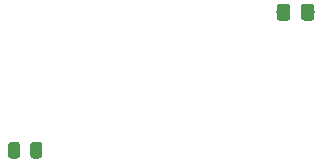
<source format=gbr>
G04 #@! TF.GenerationSoftware,KiCad,Pcbnew,(5.0.2)-1*
G04 #@! TF.CreationDate,2019-02-09T20:55:45-06:00*
G04 #@! TF.ProjectId,Halloween-Controller,48616c6c-6f77-4656-956e-2d436f6e7472,0.1*
G04 #@! TF.SameCoordinates,Original*
G04 #@! TF.FileFunction,Paste,Bot*
G04 #@! TF.FilePolarity,Positive*
%FSLAX46Y46*%
G04 Gerber Fmt 4.6, Leading zero omitted, Abs format (unit mm)*
G04 Created by KiCad (PCBNEW (5.0.2)-1) date 2/9/2019 8:55:45 PM*
%MOMM*%
%LPD*%
G01*
G04 APERTURE LIST*
%ADD10C,0.100000*%
%ADD11C,1.150000*%
%ADD12C,0.975000*%
G04 APERTURE END LIST*
D10*
G04 #@! TO.C,D1*
G36*
X136221505Y-80327204D02*
X136245773Y-80330804D01*
X136269572Y-80336765D01*
X136292671Y-80345030D01*
X136314850Y-80355520D01*
X136335893Y-80368132D01*
X136355599Y-80382747D01*
X136373777Y-80399223D01*
X136390253Y-80417401D01*
X136404868Y-80437107D01*
X136417480Y-80458150D01*
X136427970Y-80480329D01*
X136436235Y-80503428D01*
X136442196Y-80527227D01*
X136445796Y-80551495D01*
X136447000Y-80575999D01*
X136447000Y-81476001D01*
X136445796Y-81500505D01*
X136442196Y-81524773D01*
X136436235Y-81548572D01*
X136427970Y-81571671D01*
X136417480Y-81593850D01*
X136404868Y-81614893D01*
X136390253Y-81634599D01*
X136373777Y-81652777D01*
X136355599Y-81669253D01*
X136335893Y-81683868D01*
X136314850Y-81696480D01*
X136292671Y-81706970D01*
X136269572Y-81715235D01*
X136245773Y-81721196D01*
X136221505Y-81724796D01*
X136197001Y-81726000D01*
X135546999Y-81726000D01*
X135522495Y-81724796D01*
X135498227Y-81721196D01*
X135474428Y-81715235D01*
X135451329Y-81706970D01*
X135429150Y-81696480D01*
X135408107Y-81683868D01*
X135388401Y-81669253D01*
X135370223Y-81652777D01*
X135353747Y-81634599D01*
X135339132Y-81614893D01*
X135326520Y-81593850D01*
X135316030Y-81571671D01*
X135307765Y-81548572D01*
X135301804Y-81524773D01*
X135298204Y-81500505D01*
X135297000Y-81476001D01*
X135297000Y-80575999D01*
X135298204Y-80551495D01*
X135301804Y-80527227D01*
X135307765Y-80503428D01*
X135316030Y-80480329D01*
X135326520Y-80458150D01*
X135339132Y-80437107D01*
X135353747Y-80417401D01*
X135370223Y-80399223D01*
X135388401Y-80382747D01*
X135408107Y-80368132D01*
X135429150Y-80355520D01*
X135451329Y-80345030D01*
X135474428Y-80336765D01*
X135498227Y-80330804D01*
X135522495Y-80327204D01*
X135546999Y-80326000D01*
X136197001Y-80326000D01*
X136221505Y-80327204D01*
X136221505Y-80327204D01*
G37*
D11*
X135872000Y-81026000D03*
D10*
G36*
X138271505Y-80327204D02*
X138295773Y-80330804D01*
X138319572Y-80336765D01*
X138342671Y-80345030D01*
X138364850Y-80355520D01*
X138385893Y-80368132D01*
X138405599Y-80382747D01*
X138423777Y-80399223D01*
X138440253Y-80417401D01*
X138454868Y-80437107D01*
X138467480Y-80458150D01*
X138477970Y-80480329D01*
X138486235Y-80503428D01*
X138492196Y-80527227D01*
X138495796Y-80551495D01*
X138497000Y-80575999D01*
X138497000Y-81476001D01*
X138495796Y-81500505D01*
X138492196Y-81524773D01*
X138486235Y-81548572D01*
X138477970Y-81571671D01*
X138467480Y-81593850D01*
X138454868Y-81614893D01*
X138440253Y-81634599D01*
X138423777Y-81652777D01*
X138405599Y-81669253D01*
X138385893Y-81683868D01*
X138364850Y-81696480D01*
X138342671Y-81706970D01*
X138319572Y-81715235D01*
X138295773Y-81721196D01*
X138271505Y-81724796D01*
X138247001Y-81726000D01*
X137596999Y-81726000D01*
X137572495Y-81724796D01*
X137548227Y-81721196D01*
X137524428Y-81715235D01*
X137501329Y-81706970D01*
X137479150Y-81696480D01*
X137458107Y-81683868D01*
X137438401Y-81669253D01*
X137420223Y-81652777D01*
X137403747Y-81634599D01*
X137389132Y-81614893D01*
X137376520Y-81593850D01*
X137366030Y-81571671D01*
X137357765Y-81548572D01*
X137351804Y-81524773D01*
X137348204Y-81500505D01*
X137347000Y-81476001D01*
X137347000Y-80575999D01*
X137348204Y-80551495D01*
X137351804Y-80527227D01*
X137357765Y-80503428D01*
X137366030Y-80480329D01*
X137376520Y-80458150D01*
X137389132Y-80437107D01*
X137403747Y-80417401D01*
X137420223Y-80399223D01*
X137438401Y-80382747D01*
X137458107Y-80368132D01*
X137479150Y-80355520D01*
X137501329Y-80345030D01*
X137524428Y-80336765D01*
X137548227Y-80330804D01*
X137572495Y-80327204D01*
X137596999Y-80326000D01*
X138247001Y-80326000D01*
X138271505Y-80327204D01*
X138271505Y-80327204D01*
G37*
D11*
X137922000Y-81026000D03*
G04 #@! TD*
D10*
G04 #@! TO.C,R3*
G36*
X113327642Y-92011174D02*
X113351303Y-92014684D01*
X113374507Y-92020496D01*
X113397029Y-92028554D01*
X113418653Y-92038782D01*
X113439170Y-92051079D01*
X113458383Y-92065329D01*
X113476107Y-92081393D01*
X113492171Y-92099117D01*
X113506421Y-92118330D01*
X113518718Y-92138847D01*
X113528946Y-92160471D01*
X113537004Y-92182993D01*
X113542816Y-92206197D01*
X113546326Y-92229858D01*
X113547500Y-92253750D01*
X113547500Y-93166250D01*
X113546326Y-93190142D01*
X113542816Y-93213803D01*
X113537004Y-93237007D01*
X113528946Y-93259529D01*
X113518718Y-93281153D01*
X113506421Y-93301670D01*
X113492171Y-93320883D01*
X113476107Y-93338607D01*
X113458383Y-93354671D01*
X113439170Y-93368921D01*
X113418653Y-93381218D01*
X113397029Y-93391446D01*
X113374507Y-93399504D01*
X113351303Y-93405316D01*
X113327642Y-93408826D01*
X113303750Y-93410000D01*
X112816250Y-93410000D01*
X112792358Y-93408826D01*
X112768697Y-93405316D01*
X112745493Y-93399504D01*
X112722971Y-93391446D01*
X112701347Y-93381218D01*
X112680830Y-93368921D01*
X112661617Y-93354671D01*
X112643893Y-93338607D01*
X112627829Y-93320883D01*
X112613579Y-93301670D01*
X112601282Y-93281153D01*
X112591054Y-93259529D01*
X112582996Y-93237007D01*
X112577184Y-93213803D01*
X112573674Y-93190142D01*
X112572500Y-93166250D01*
X112572500Y-92253750D01*
X112573674Y-92229858D01*
X112577184Y-92206197D01*
X112582996Y-92182993D01*
X112591054Y-92160471D01*
X112601282Y-92138847D01*
X112613579Y-92118330D01*
X112627829Y-92099117D01*
X112643893Y-92081393D01*
X112661617Y-92065329D01*
X112680830Y-92051079D01*
X112701347Y-92038782D01*
X112722971Y-92028554D01*
X112745493Y-92020496D01*
X112768697Y-92014684D01*
X112792358Y-92011174D01*
X112816250Y-92010000D01*
X113303750Y-92010000D01*
X113327642Y-92011174D01*
X113327642Y-92011174D01*
G37*
D12*
X113060000Y-92710000D03*
D10*
G36*
X115202642Y-92011174D02*
X115226303Y-92014684D01*
X115249507Y-92020496D01*
X115272029Y-92028554D01*
X115293653Y-92038782D01*
X115314170Y-92051079D01*
X115333383Y-92065329D01*
X115351107Y-92081393D01*
X115367171Y-92099117D01*
X115381421Y-92118330D01*
X115393718Y-92138847D01*
X115403946Y-92160471D01*
X115412004Y-92182993D01*
X115417816Y-92206197D01*
X115421326Y-92229858D01*
X115422500Y-92253750D01*
X115422500Y-93166250D01*
X115421326Y-93190142D01*
X115417816Y-93213803D01*
X115412004Y-93237007D01*
X115403946Y-93259529D01*
X115393718Y-93281153D01*
X115381421Y-93301670D01*
X115367171Y-93320883D01*
X115351107Y-93338607D01*
X115333383Y-93354671D01*
X115314170Y-93368921D01*
X115293653Y-93381218D01*
X115272029Y-93391446D01*
X115249507Y-93399504D01*
X115226303Y-93405316D01*
X115202642Y-93408826D01*
X115178750Y-93410000D01*
X114691250Y-93410000D01*
X114667358Y-93408826D01*
X114643697Y-93405316D01*
X114620493Y-93399504D01*
X114597971Y-93391446D01*
X114576347Y-93381218D01*
X114555830Y-93368921D01*
X114536617Y-93354671D01*
X114518893Y-93338607D01*
X114502829Y-93320883D01*
X114488579Y-93301670D01*
X114476282Y-93281153D01*
X114466054Y-93259529D01*
X114457996Y-93237007D01*
X114452184Y-93213803D01*
X114448674Y-93190142D01*
X114447500Y-93166250D01*
X114447500Y-92253750D01*
X114448674Y-92229858D01*
X114452184Y-92206197D01*
X114457996Y-92182993D01*
X114466054Y-92160471D01*
X114476282Y-92138847D01*
X114488579Y-92118330D01*
X114502829Y-92099117D01*
X114518893Y-92081393D01*
X114536617Y-92065329D01*
X114555830Y-92051079D01*
X114576347Y-92038782D01*
X114597971Y-92028554D01*
X114620493Y-92020496D01*
X114643697Y-92014684D01*
X114667358Y-92011174D01*
X114691250Y-92010000D01*
X115178750Y-92010000D01*
X115202642Y-92011174D01*
X115202642Y-92011174D01*
G37*
D12*
X114935000Y-92710000D03*
G04 #@! TD*
M02*

</source>
